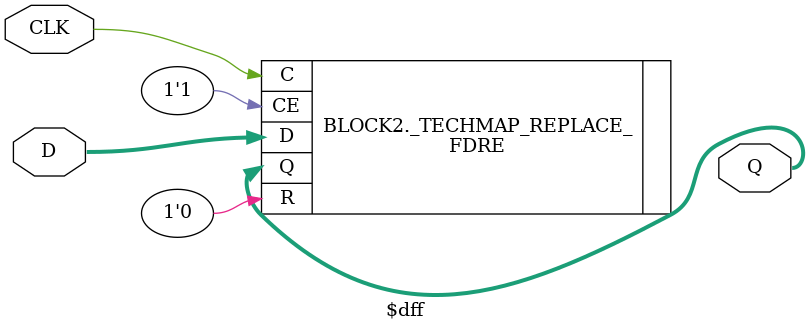
<source format=v>
module \$mux (
    A,
    B,
    S,
    Y
);

  parameter WIDTH = 0;

  input [WIDTH-1:0] A, B;
  input S;
  output [WIDTH-1:0] Y;

  generate
    if (WIDTH == 1'd1) begin : BLOCK1
      // assign Y = S ? B : A;
      MUX _TECHMAP_REPLACE_ (
          .A(B),
          .B(A),
          .S(S),
          .Y(Y)
      );
    end else begin : BLOCK2
      // assign Y = S ? B : A;
      MUX #(
          .WIDTH(WIDTH)
      ) _TECHMAP_REPLACE_ (
          .A(B),
          .B(A),
          .S(S),
          .Y(Y)
      );
    end
  endgenerate

endmodule

module \$xor (
    A,
    B,
    Y
);

  parameter A_SIGNED = 0;
  parameter B_SIGNED = 0;
  parameter A_WIDTH = 0;
  parameter B_WIDTH = 0;
  parameter Y_WIDTH = 0;

  input [A_WIDTH-1:0] A;
  input [B_WIDTH-1:0] B;
  output [Y_WIDTH-1:0] Y;

  generate
    if (A_SIGNED || B_SIGNED || A_WIDTH > 1 || B_WIDTH > 1 || Y_WIDTH > 1) begin : BLOCK1
      XOR #(
          .A_SIGNED(A_SIGNED),
          .B_SIGNED(B_SIGNED),
          .A_WIDTH (A_WIDTH),
          .B_WIDTH (B_WIDTH),
          .Y_WIDTH (Y_WIDTH)
      ) _TECHMAP_REPLACE_ (
          .A(A),
          .B(B),
          .Y(Y)
      );
    end else begin : BLOCK2
      XOR _TECHMAP_REPLACE_ (
          .A(A),
          .B(B),
          .Y(Y)
      );
    end
  endgenerate

endmodule

module \$and (
    A,
    B,
    Y
);

  parameter A_SIGNED = 0;
  parameter B_SIGNED = 0;
  parameter A_WIDTH = 0;
  parameter B_WIDTH = 0;
  parameter Y_WIDTH = 0;

  input [A_WIDTH-1:0] A;
  input [B_WIDTH-1:0] B;
  output [Y_WIDTH-1:0] Y;

  generate
    if (A_SIGNED || B_SIGNED || A_WIDTH > 1 || B_WIDTH > 1 || Y_WIDTH > 1) begin : BLOCK1
      AND #(
          .A_SIGNED(A_SIGNED),
          .B_SIGNED(B_SIGNED),
          .A_WIDTH (A_WIDTH),
          .B_WIDTH (B_WIDTH),
          .Y_WIDTH (Y_WIDTH)
      ) _TECHMAP_REPLACE_ (
          .A(A),
          .B(B),
          .Y(Y)
      );
    end else begin : BLOCK2
      AND _TECHMAP_REPLACE_ (
          .A(A),
          .B(B),
          .Y(Y)
      );
    end
  endgenerate

endmodule

module \$not (
    A,
    Y
);

  parameter A_SIGNED = 0;
  parameter A_WIDTH = 0;
  parameter Y_WIDTH = 0;

  input [A_WIDTH-1:0] A;
  output [Y_WIDTH-1:0] Y;

  generate
    if (A_SIGNED || A_WIDTH > 1 || Y_WIDTH > 1) begin : BLOCK1
      NOT #(
          .A_SIGNED(A_SIGNED),
          .A_WIDTH (A_WIDTH),
          .Y_WIDTH (Y_WIDTH)
      ) _TECHMAP_REPLACE_ (
          .A(A),
          .Y(Y)
      );
    end else begin : BLOCK2
      NOT _TECHMAP_REPLACE_ (
          .A(A),
          .Y(Y)
      );
    end
  endgenerate

endmodule

module \$or (
    A,
    B,
    Y
);

  parameter A_SIGNED = 0;
  parameter B_SIGNED = 0;
  parameter A_WIDTH = 0;
  parameter B_WIDTH = 0;
  parameter Y_WIDTH = 0;

  input [A_WIDTH-1:0] A;
  input [B_WIDTH-1:0] B;
  output [Y_WIDTH-1:0] Y;

  generate
    if (A_SIGNED || B_SIGNED || A_WIDTH > 1 || B_WIDTH > 1 || Y_WIDTH > 1) begin : BLOCK1
      OR2 #(
          .A_SIGNED(A_SIGNED),
          .B_SIGNED(B_SIGNED),
          .A_WIDTH (A_WIDTH),
          .B_WIDTH (B_WIDTH),
          .Y_WIDTH (Y_WIDTH)
      ) _TECHMAP_REPLACE_ (
          .A(A),
          .B(B),
          .Y(Y)
      );
    end else begin : BLOCK2
      NOR _TECHMAP_REPLACE_INV (
          .A(A),
          .B(B),
          .Y(_TECHMAP_REPLACE_.inv)
      );
      NOT _TECHMAP_REPLACE_ (
          .A(_TECHMAP_REPLACE_.inv),
          .Y(Y)
      );
    end
  endgenerate

endmodule

module \$xnor (
    A,
    B,
    Y
);

  parameter A_SIGNED = 0;
  parameter B_SIGNED = 0;
  parameter A_WIDTH = 0;
  parameter B_WIDTH = 0;
  parameter Y_WIDTH = 0;

  input [A_WIDTH-1:0] A;
  input [B_WIDTH-1:0] B;
  output [Y_WIDTH-1:0] Y;

  generate
    if (A_SIGNED || B_SIGNED || A_WIDTH > 1 || B_WIDTH > 1 || Y_WIDTH > 1) begin : BLOCK1
      XNOR #(
          .A_SIGNED(A_SIGNED),
          .B_SIGNED(B_SIGNED),
          .A_WIDTH (A_WIDTH),
          .B_WIDTH (B_WIDTH),
          .Y_WIDTH (Y_WIDTH)
      ) _TECHMAP_REPLACE_ (
          .A(A),
          .B(B),
          .Y(Y)
      );
    end else begin : BLOCK2
      XOR _TECHMAP_REPLACE_INV (
          .A(A),
          .B(B),
          .Y(_TECHMAP_REPLACE_.inv)
      );
      NOT _TECHMAP_REPLACE_ (
          .A(_TECHMAP_REPLACE_.inv),
          .Y(Y)
      );
    end
  endgenerate

endmodule

module \$sdffe (
    CLK,
    SRST,
    EN,
    D,
    Q
);

  parameter WIDTH = 0;
  parameter CLK_POLARITY = 1'b1;
  parameter EN_POLARITY = 1'b1;
  parameter SRST_POLARITY = 1'b1;
  parameter SRST_VALUE = 0;

  input CLK, SRST, EN;
  input [WIDTH-1:0] D;
  output [WIDTH-1:0] Q;

  generate
    if (!SRST_POLARITY || !CLK_POLARITY || !EN_POLARITY || WIDTH > 1) begin : BLOCK1
      FDRE #(
          .SRST_POLARITY(SRST_POLARITY),
          .CLK_POLARITY(CLK_POLARITY),
          .EN_POLARITY(EN_POLARITY),
          .WIDTH(WIDTH),
          .INIT(SRST_VALUE)
      ) _TECHMAP_REPLACE_ (
          .C (CLK),
          .CE(EN),
          .D (D),
          .Q (Q),
          .R (SRST)
      );
    end else begin : BLOCK2
      FDRE #(
          .INIT(SRST_VALUE)
      ) _TECHMAP_REPLACE_ (
          .C (CLK),
          .CE(EN),
          .D (D),
          .Q (Q),
          .R (SRST)
      );
    end
  endgenerate

endmodule

module \$dff (
    CLK,
    D,
    Q
);

  parameter WIDTH = 0;
  parameter CLK_POLARITY = 1'b1;

  input CLK;
  input [WIDTH-1:0] D;
  output [WIDTH-1:0] Q;


  generate
    if (!CLK_POLARITY || WIDTH > 1) begin : BLOCK1
      FDRE #(
          .WIDTH(WIDTH),
          .INIT (1'hx)
      ) _TECHMAP_REPLACE_ (
          .C (CLK),
          .CE(1'b1),
          .D (D),
          .Q (Q),
          .R (1'b0)
      );
    end else begin : BLOCK2
      FDRE #(
          .INIT(1'hx)
      ) _TECHMAP_REPLACE_ (
          .C (CLK),
          .CE(1'b1),
          .D (D),
          .Q (Q),
          .R (1'b0)
      );
    end
  endgenerate

endmodule

</source>
